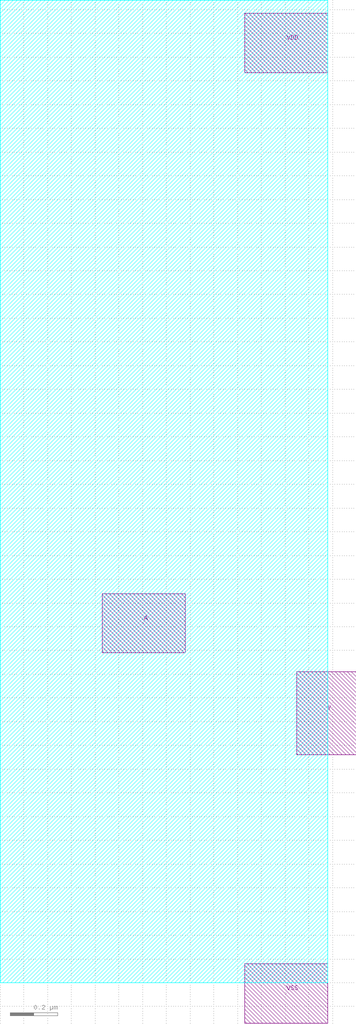
<source format=lef>
VERSION 5.8 ;
BUSBITCHARS "[]" ;
DIVIDERCHAR "/" ;

PROPERTYDEFINITIONS
  MACRO oaTaper STRING ;
  MACRO CatenaDesignType STRING ;
  MACRO lastSavedExtractCounter INTEGER ;
  LAYER LEF58_TYPE STRING ;
  LAYER LEF58_SPACING STRING ;
  LAYER LEF58_WIDTH STRING ;
END PROPERTYDEFINITIONS

UNITS
  TIME NANOSECONDS 1 ;
  CAPACITANCE PICOFARADS 1 ;
  RESISTANCE OHMS 1 ;
  DATABASE MICRONS 1000 ;
END UNITS
MANUFACTURINGGRID 0.005 ;
LAYER OVERLAP
  TYPE OVERLAP ;
END OVERLAP

LAYER dnwell
  TYPE MASTERSLICE ;
END dnwell

LAYER pwell
  TYPE MASTERSLICE ;
  PROPERTY LEF58_TYPE "TYPE PWELL ;" ;
END pwell

LAYER nwell
  TYPE MASTERSLICE ;
  PROPERTY LEF58_TYPE "TYPE NWELL ;" ;
  PROPERTY LEF58_SPACING "SPACING 1.27 ;" ;
  PROPERTY LEF58_WIDTH "WIDTH 0.84 ;" ;
END nwell

LAYER diff
  TYPE MASTERSLICE ;
  PROPERTY LEF58_TYPE "TYPE DIFFUSION ;" ;
  PROPERTY LEF58_SPACING "SPACING 0.27 ;" ;
  PROPERTY LEF58_WIDTH "WIDTH 0.15 ;" ;
END diff

LAYER tap
  TYPE MASTERSLICE ;
  PROPERTY LEF58_TYPE "TYPE DIFFUSION ;" ;
  PROPERTY LEF58_SPACING "SPACING 0.27 ;" ;
  PROPERTY LEF58_WIDTH "WIDTH 0.15 ;" ;
END tap

LAYER nsdm
  TYPE IMPLANT ;
  WIDTH 0.38 ;
  SPACING 0.38 ;
  AREA 0.265 ;
END nsdm

LAYER psdm
  TYPE IMPLANT ;
  WIDTH 0.38 ;
  SPACING 0.38 ;
  AREA 0.255 ;
END psdm

LAYER poly
  TYPE MASTERSLICE ;
END poly

LAYER npc
  TYPE CUT ;
  SPACING 0.27 ;
  WIDTH 0.27 ;
  ANTENNAMODEL OXIDE1 ;
END npc

LAYER licon1
  TYPE MASTERSLICE ;
  PROPERTY LEF58_TYPE "TYPE MEOL ;" ;
END licon1

LAYER li1
  TYPE ROUTING ;
  DIRECTION HORIZONTAL ;
  WIDTH 0.17 ;
  AREA 0.056 ;
  SPACING 0.17 ;
  SPACING 0.17 SAMENET ;
  RESISTANCE RPERSQ 12.2 ;
  CAPACITANCE CPERSQDIST 3.69e-05 ;
  THICKNESS 0.1 ;
  EDGECAPACITANCE 3.26e-06 ;
  ANTENNAMODEL OXIDE1 ;
    ANTENNASIDEAREARATIO 75 ;
    ANTENNADIFFSIDEAREARATIO PWL ( ( 0 75 ) ( 0.0125 75 ) ( 0.0225 85.125 ) ( 22.5 10200 ) ) ;
END li1

LAYER mcon
  TYPE CUT ;
  SPACING 0.19 ;
  WIDTH 0.17 ;
  ENCLOSURE BELOW 0 0 ;
  ENCLOSURE ABOVE 0.03 0.06 ;
  ANTENNAMODEL OXIDE1 ;
    ANTENNAAREARATIO 3 ;
    ANTENNADIFFAREARATIO PWL ( ( 0 3 ) ( 0.0125 3 ) ( 0.0225 3.405 ) ( 22.5 408 ) ) ;
  DCCURRENTDENSITY AVERAGE 0.36 ;
END mcon

LAYER met1
  TYPE ROUTING ;
  DIRECTION HORIZONTAL ;
  PITCH 0.28 0.28 ;
  WIDTH 0.14 ;
  OFFSET 0.14 0.14 ;
  AREA 0.083 ;
  SPACING 0.14 ;
  SPACING 0.28 RANGE 3.005 10000 ;
  SPACING 0.14 SAMENET ;
  SPACING 0.28 RANGE 3.005 10000 INFLUENCE 0.28 ;
  MAXWIDTH 4 ;
  MINENCLOSEDAREA 0.14 ;
  RESISTANCE RPERSQ 0.125 ;
  CAPACITANCE CPERSQDIST 2.58e-05 ;
  THICKNESS 0.35 ;
  EDGECAPACITANCE 1.79e-06 ;
  ANTENNAMODEL OXIDE1 ;
    ANTENNASIDEAREARATIO 400 ;
    ANTENNADIFFSIDEAREARATIO PWL ( ( 0 400 ) ( 0.0125 400 ) ( 0.0225 2609 ) ( 22.5 11600 ) ) ;
  ACCURRENTDENSITY RMS 6.1 ;
  DCCURRENTDENSITY AVERAGE 2.8 ;
END met1

LAYER via
  TYPE CUT ;
  SPACING 0.17 ;
  WIDTH 0.15 ;
  ENCLOSURE BELOW 0.055 0.085 ;
  ENCLOSURE ABOVE 0.055 0.085 ;
  ANTENNAMODEL OXIDE1 ;
    ANTENNAAREARATIO 6 ;
    ANTENNADIFFAREARATIO PWL ( ( 0 6 ) ( 0.0125 6 ) ( 0.0225 6.81 ) ( 22.5 816 ) ) ;
  DCCURRENTDENSITY AVERAGE 0.29 ;
END via

LAYER met2
  TYPE ROUTING ;
  DIRECTION VERTICAL ;
  PITCH 0.28 0.28 ;
  WIDTH 0.14 ;
  OFFSET 0.14 0.14 ;
  AREA 0.0676 ;
  SPACING 0.14 ;
  SPACING 0.28 RANGE 3.005 10000 ;
  SPACING 0.14 SAMENET ;
  SPACING 0.28 RANGE 3.005 10000 INFLUENCE 0.28 ;
  MAXWIDTH 4 ;
  MINENCLOSEDAREA 0.14 ;
  RESISTANCE RPERSQ 0.125 ;
  CAPACITANCE CPERSQDIST 1.75e-05 ;
  THICKNESS 0.35 ;
  EDGECAPACITANCE 1.22e-06 ;
  ANTENNAMODEL OXIDE1 ;
    ANTENNASIDEAREARATIO 400 ;
    ANTENNADIFFSIDEAREARATIO PWL ( ( 0 400 ) ( 0.0125 400 ) ( 0.0225 2609 ) ( 22.5 11600 ) ) ;
  ACCURRENTDENSITY RMS 6.1 ;
  DCCURRENTDENSITY AVERAGE 2.8 ;
END met2

LAYER via2
  TYPE CUT ;
  SPACING 0.2 ;
  WIDTH 0.2 ;
  ENCLOSURE BELOW 0.04 0.085 ;
  ENCLOSURE ABOVE 0.065 0.065 ;
  ANTENNAMODEL OXIDE1 ;
    ANTENNAAREARATIO 6 ;
    ANTENNADIFFAREARATIO PWL ( ( 0 6 ) ( 0.0125 6 ) ( 0.0225 6.81 ) ( 22.5 816 ) ) ;
  DCCURRENTDENSITY AVERAGE 0.48 ;
END via2

LAYER met3
  TYPE ROUTING ;
  DIRECTION HORIZONTAL ;
  PITCH 0.6 0.6 ;
  WIDTH 0.3 ;
  OFFSET 0.3 0.3 ;
  AREA 0.24 ;
  SPACING 0.3 ;
  SPACING 0.4 RANGE 3.005 10000 ;
  SPACING 0.3 SAMENET ;
  SPACING 0.4 RANGE 3.005 10000 INFLUENCE 0.4 ;
  MAXWIDTH 4 ;
  MINENCLOSEDAREA 0.2 ;
  RESISTANCE RPERSQ 0.047 ;
  CAPACITANCE CPERSQDIST 1.26e-05 ;
  THICKNESS 0.8 ;
  EDGECAPACITANCE 1.86e-06 ;
  ANTENNAMODEL OXIDE1 ;
    ANTENNASIDEAREARATIO 400 ;
    ANTENNADIFFSIDEAREARATIO PWL ( ( 0 400 ) ( 0.0125 400 ) ( 0.0225 2609 ) ( 22.5 11600 ) ) ;
  ACCURRENTDENSITY RMS 14.9 ;
  DCCURRENTDENSITY AVERAGE 6.8 ;
END met3

LAYER via3
  TYPE CUT ;
  SPACING 0.2 ;
  WIDTH 0.2 ;
  ENCLOSURE BELOW 0.06 0.09 ;
  ENCLOSURE ABOVE 0.065 0.065 ;
  ANTENNAMODEL OXIDE1 ;
    ANTENNAAREARATIO 6 ;
    ANTENNADIFFAREARATIO PWL ( ( 0 6 ) ( 0.0125 6 ) ( 0.0225 6.81 ) ( 22.5 816 ) ) ;
  DCCURRENTDENSITY AVERAGE 0.48 ;
END via3

LAYER met4
  TYPE ROUTING ;
  DIRECTION VERTICAL ;
  PITCH 0.6 0.6 ;
  WIDTH 0.3 ;
  OFFSET 0.3 0.3 ;
  AREA 0.24 ;
  SPACING 0.3 ;
  SPACING 0.4 RANGE 3.005 10000 ;
  SPACING 0.3 SAMENET ;
  SPACING 0.4 RANGE 3.005 10000 INFLUENCE 0.4 ;
  MAXWIDTH 10 ;
  MINENCLOSEDAREA 0.2 ;
  RESISTANCE RPERSQ 0.047 ;
  CAPACITANCE CPERSQDIST 8.67e-06 ;
  THICKNESS 0.8 ;
  EDGECAPACITANCE 1.29e-06 ;
  ANTENNAMODEL OXIDE1 ;
    ANTENNASIDEAREARATIO 400 ;
    ANTENNADIFFSIDEAREARATIO PWL ( ( 0 400 ) ( 0.0125 400 ) ( 0.0225 2609 ) ( 22.5 11600 ) ) ;
  ACCURRENTDENSITY RMS 14.9 ;
  DCCURRENTDENSITY AVERAGE 6.8 ;
END met4

LAYER via4
  TYPE CUT ;
  SPACING 0.8 ;
  WIDTH 0.8 ;
  ENCLOSURE BELOW 0.19 0.19 ;
  ENCLOSURE ABOVE 0.31 0.31 ;
  ANTENNAMODEL OXIDE1 ;
    ANTENNAAREARATIO 6 ;
    ANTENNADIFFAREARATIO PWL ( ( 0 6 ) ( 0.0125 6 ) ( 0.0225 6.81 ) ( 22.5 816 ) ) ;
  DCCURRENTDENSITY AVERAGE 2.49 ;
END via4

LAYER met5
  TYPE ROUTING ;
  DIRECTION HORIZONTAL ;
  PITCH 3.2 3.2 ;
  WIDTH 1.6 ;
  OFFSET 1.6 1.6 ;
  AREA 4 ;
  SPACING 1.6 ;
  SPACING 1.6 SAMENET ;
  RESISTANCE RPERSQ 0.0285 ;
  CAPACITANCE CPERSQDIST 6.48e-06 ;
  THICKNESS 1.2 ;
  EDGECAPACITANCE 4.96e-06 ;
  ANTENNAMODEL OXIDE1 ;
    ANTENNASIDEAREARATIO 400 ;
    ANTENNADIFFSIDEAREARATIO PWL ( ( 0 400 ) ( 0.0125 400 ) ( 0.0225 2609 ) ( 22.5 11600 ) ) ;
  ACCURRENTDENSITY RMS 22.34 ;
  DCCURRENTDENSITY AVERAGE 10.17 ;
END met5

LAYER rdl
  TYPE ROUTING ;
  DIRECTION HORIZONTAL ;
  WIDTH 10 ;
  SPACING 10 ;
  RESISTANCE RPERSQ 0.005 ;
  CAPACITANCE CPERSQDIST 2.66e-06 ;
  THICKNESS 2 ;
  EDGECAPACITANCE 6.2e-06 ;
  ANTENNAMODEL OXIDE1 ;
END rdl

VIARULE M4M5_C GENERATE DEFAULT
  LAYER met5 ;
    ENCLOSURE 0.31 0.31 ;
  LAYER met4 ;
    ENCLOSURE 0.19 0.19 ;
  LAYER via4 ;
    RECT -0.4 -0.4 0.4 0.4 ;
    SPACING 1.6 BY 1.6 ;
    RESISTANCE 0.380000 ;
END M4M5_C

VIARULE M3M4_C GENERATE DEFAULT
  LAYER met4 ;
    ENCLOSURE 0.065 0.065 ;
  LAYER met3 ;
    ENCLOSURE 0.06 0.09 ;
  LAYER via3 ;
    RECT -0.1 -0.1 0.1 0.1 ;
    SPACING 0.4 BY 0.4 ;
    RESISTANCE 3.410000 ;
END M3M4_C

VIARULE M2M3_C GENERATE DEFAULT
  LAYER met3 ;
    ENCLOSURE 0.065 0.065 ;
  LAYER met2 ;
    ENCLOSURE 0.04 0.085 ;
  LAYER via2 ;
    RECT -0.1 -0.1 0.1 0.1 ;
    SPACING 0.4 BY 0.4 ;
    RESISTANCE 3.410000 ;
END M2M3_C

VIARULE M1M2_C GENERATE DEFAULT
  LAYER met2 ;
    ENCLOSURE 0.055 0.085 ;
  LAYER met1 ;
    ENCLOSURE 0.055 0.085 ;
  LAYER via ;
    RECT -0.075 -0.075 0.075 0.075 ;
    SPACING 0.32 BY 0.32 ;
    RESISTANCE 4.500000 ;
END M1M2_C

VIARULE L1M1_C GENERATE DEFAULT
  LAYER met1 ;
    ENCLOSURE 0.03 0.06 ;
  LAYER li1 ;
    ENCLOSURE 0 0.08 ;
  LAYER mcon ;
    RECT -0.085 -0.085 0.085 0.085 ;
    SPACING 0.36 BY 0.36 ;
    RESISTANCE 9.300000 ;
END L1M1_C

VIA PYL1CON_C_0
  VIARULE PYL1CON_C ;
  CUTSIZE 0.37 0.37 ;
  LAYERS poly npc licon1 ;
  CUTSPACING 0.27 0.27 ;
  ENCLOSURE -0.05 -0.02 -0.1 -0.1 ;
  ROWCOL 1 1 ;
END PYL1CON_C_0

VIA PYL1CON_C_1
  VIARULE PYL1CON_C ;
  CUTSIZE 0.37 0.37 ;
  LAYERS poly npc licon1 ;
  CUTSPACING 0.27 0.27 ;
  ENCLOSURE -0.05 -0.02 -0.1 -0.1 ;
  ROWCOL 1 1 ;
END PYL1CON_C_1

VIA L1M1_C_2
  VIARULE L1M1_C ;
  CUTSIZE 0.17 0.17 ;
  LAYERS li1 mcon met1 ;
  CUTSPACING 0.19 0.19 ;
  ENCLOSURE 0 0.08 0.03 0.06 ;
  ROWCOL 1 1 ;
END L1M1_C_2

VIA L1M1_C_3
  VIARULE L1M1_C ;
  CUTSIZE 0.17 0.17 ;
  LAYERS li1 mcon met1 ;
  CUTSPACING 0.19 0.19 ;
  ENCLOSURE 0.08 0 0.03 0.06 ;
  ROWCOL 1 1 ;
END L1M1_C_3

VIA L1M1_C_4
  VIARULE L1M1_C ;
  CUTSIZE 0.17 0.17 ;
  LAYERS li1 mcon met1 ;
  CUTSPACING 0.19 0.19 ;
  ENCLOSURE 0 0.08 0.03 0.06 ;
  ROWCOL 2 1 ;
END L1M1_C_4

VIA L1M1_C_5
  VIARULE L1M1_C ;
  CUTSIZE 0.17 0.17 ;
  LAYERS li1 mcon met1 ;
  CUTSPACING 0.19 0.19 ;
  ENCLOSURE 0 0.08 0.03 0.06 ;
  ROWCOL 1 1 ;
END L1M1_C_5

MACRO inv01f
  ORIGIN 0 0 ;
  FOREIGN inv01f 0 0 ;
  SIZE 1.38 BY 4.14 ;
  PIN A
    DIRECTION INPUT ;
    USE SIGNAL ;
    PORT
      LAYER met1 ;
        RECT 0.43 1.39 0.78 1.64 ;
    END
  END A
  PIN VSS
    DIRECTION INOUT ;
    USE GROUND ;
    PORT
      LAYER met1 ;
        RECT 1.03 -0.17 1.38 0.08 ;
    END
  END VSS
  PIN VDD
    DIRECTION INOUT ;
    USE POWER ;
    PORT
      LAYER met1 ;
        RECT 1.03 3.835 1.38 4.085 ;
    END
  END VDD
  PIN Y
    DIRECTION OUTPUT ;
    USE SIGNAL ;
    PORT
      LAYER met1 ;
        RECT 1.25 0.96 1.5 1.31 ;
    END
  END Y
  PROPERTY oaTaper "virtuosoDefaultSetup" ;
  PROPERTY CatenaDesignType "deviceLevel" ;
  PROPERTY lastSavedExtractCounter 5684 ;
END inv01f

END LIBRARY

</source>
